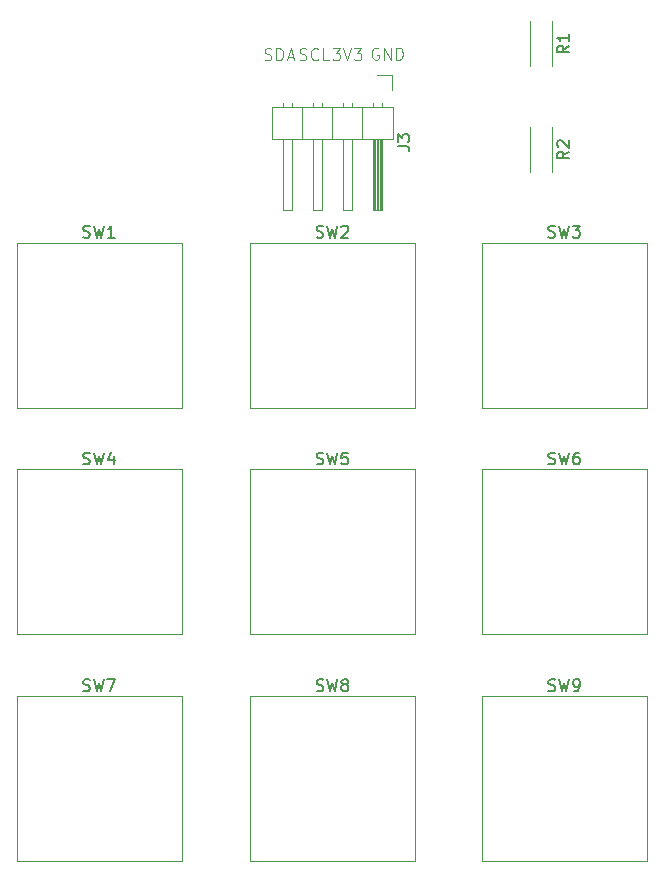
<source format=gbr>
%TF.GenerationSoftware,KiCad,Pcbnew,8.0.3*%
%TF.CreationDate,2024-07-18T02:13:28+08:00*%
%TF.ProjectId,sesto_remote_v2,73657374-6f5f-4726-956d-6f74655f7632,rev?*%
%TF.SameCoordinates,Original*%
%TF.FileFunction,Legend,Top*%
%TF.FilePolarity,Positive*%
%FSLAX46Y46*%
G04 Gerber Fmt 4.6, Leading zero omitted, Abs format (unit mm)*
G04 Created by KiCad (PCBNEW 8.0.3) date 2024-07-18 02:13:28*
%MOMM*%
%LPD*%
G01*
G04 APERTURE LIST*
%ADD10C,0.100000*%
%ADD11C,0.150000*%
%ADD12C,0.120000*%
G04 APERTURE END LIST*
D10*
X88586265Y-59814800D02*
X88729122Y-59862419D01*
X88729122Y-59862419D02*
X88967217Y-59862419D01*
X88967217Y-59862419D02*
X89062455Y-59814800D01*
X89062455Y-59814800D02*
X89110074Y-59767180D01*
X89110074Y-59767180D02*
X89157693Y-59671942D01*
X89157693Y-59671942D02*
X89157693Y-59576704D01*
X89157693Y-59576704D02*
X89110074Y-59481466D01*
X89110074Y-59481466D02*
X89062455Y-59433847D01*
X89062455Y-59433847D02*
X88967217Y-59386228D01*
X88967217Y-59386228D02*
X88776741Y-59338609D01*
X88776741Y-59338609D02*
X88681503Y-59290990D01*
X88681503Y-59290990D02*
X88633884Y-59243371D01*
X88633884Y-59243371D02*
X88586265Y-59148133D01*
X88586265Y-59148133D02*
X88586265Y-59052895D01*
X88586265Y-59052895D02*
X88633884Y-58957657D01*
X88633884Y-58957657D02*
X88681503Y-58910038D01*
X88681503Y-58910038D02*
X88776741Y-58862419D01*
X88776741Y-58862419D02*
X89014836Y-58862419D01*
X89014836Y-58862419D02*
X89157693Y-58910038D01*
X89586265Y-59862419D02*
X89586265Y-58862419D01*
X89586265Y-58862419D02*
X89824360Y-58862419D01*
X89824360Y-58862419D02*
X89967217Y-58910038D01*
X89967217Y-58910038D02*
X90062455Y-59005276D01*
X90062455Y-59005276D02*
X90110074Y-59100514D01*
X90110074Y-59100514D02*
X90157693Y-59290990D01*
X90157693Y-59290990D02*
X90157693Y-59433847D01*
X90157693Y-59433847D02*
X90110074Y-59624323D01*
X90110074Y-59624323D02*
X90062455Y-59719561D01*
X90062455Y-59719561D02*
X89967217Y-59814800D01*
X89967217Y-59814800D02*
X89824360Y-59862419D01*
X89824360Y-59862419D02*
X89586265Y-59862419D01*
X90538646Y-59576704D02*
X91014836Y-59576704D01*
X90443408Y-59862419D02*
X90776741Y-58862419D01*
X90776741Y-58862419D02*
X91110074Y-59862419D01*
X91536265Y-59814800D02*
X91679122Y-59862419D01*
X91679122Y-59862419D02*
X91917217Y-59862419D01*
X91917217Y-59862419D02*
X92012455Y-59814800D01*
X92012455Y-59814800D02*
X92060074Y-59767180D01*
X92060074Y-59767180D02*
X92107693Y-59671942D01*
X92107693Y-59671942D02*
X92107693Y-59576704D01*
X92107693Y-59576704D02*
X92060074Y-59481466D01*
X92060074Y-59481466D02*
X92012455Y-59433847D01*
X92012455Y-59433847D02*
X91917217Y-59386228D01*
X91917217Y-59386228D02*
X91726741Y-59338609D01*
X91726741Y-59338609D02*
X91631503Y-59290990D01*
X91631503Y-59290990D02*
X91583884Y-59243371D01*
X91583884Y-59243371D02*
X91536265Y-59148133D01*
X91536265Y-59148133D02*
X91536265Y-59052895D01*
X91536265Y-59052895D02*
X91583884Y-58957657D01*
X91583884Y-58957657D02*
X91631503Y-58910038D01*
X91631503Y-58910038D02*
X91726741Y-58862419D01*
X91726741Y-58862419D02*
X91964836Y-58862419D01*
X91964836Y-58862419D02*
X92107693Y-58910038D01*
X93107693Y-59767180D02*
X93060074Y-59814800D01*
X93060074Y-59814800D02*
X92917217Y-59862419D01*
X92917217Y-59862419D02*
X92821979Y-59862419D01*
X92821979Y-59862419D02*
X92679122Y-59814800D01*
X92679122Y-59814800D02*
X92583884Y-59719561D01*
X92583884Y-59719561D02*
X92536265Y-59624323D01*
X92536265Y-59624323D02*
X92488646Y-59433847D01*
X92488646Y-59433847D02*
X92488646Y-59290990D01*
X92488646Y-59290990D02*
X92536265Y-59100514D01*
X92536265Y-59100514D02*
X92583884Y-59005276D01*
X92583884Y-59005276D02*
X92679122Y-58910038D01*
X92679122Y-58910038D02*
X92821979Y-58862419D01*
X92821979Y-58862419D02*
X92917217Y-58862419D01*
X92917217Y-58862419D02*
X93060074Y-58910038D01*
X93060074Y-58910038D02*
X93107693Y-58957657D01*
X94012455Y-59862419D02*
X93536265Y-59862419D01*
X93536265Y-59862419D02*
X93536265Y-58862419D01*
X98207693Y-58870038D02*
X98112455Y-58822419D01*
X98112455Y-58822419D02*
X97969598Y-58822419D01*
X97969598Y-58822419D02*
X97826741Y-58870038D01*
X97826741Y-58870038D02*
X97731503Y-58965276D01*
X97731503Y-58965276D02*
X97683884Y-59060514D01*
X97683884Y-59060514D02*
X97636265Y-59250990D01*
X97636265Y-59250990D02*
X97636265Y-59393847D01*
X97636265Y-59393847D02*
X97683884Y-59584323D01*
X97683884Y-59584323D02*
X97731503Y-59679561D01*
X97731503Y-59679561D02*
X97826741Y-59774800D01*
X97826741Y-59774800D02*
X97969598Y-59822419D01*
X97969598Y-59822419D02*
X98064836Y-59822419D01*
X98064836Y-59822419D02*
X98207693Y-59774800D01*
X98207693Y-59774800D02*
X98255312Y-59727180D01*
X98255312Y-59727180D02*
X98255312Y-59393847D01*
X98255312Y-59393847D02*
X98064836Y-59393847D01*
X98683884Y-59822419D02*
X98683884Y-58822419D01*
X98683884Y-58822419D02*
X99255312Y-59822419D01*
X99255312Y-59822419D02*
X99255312Y-58822419D01*
X99731503Y-59822419D02*
X99731503Y-58822419D01*
X99731503Y-58822419D02*
X99969598Y-58822419D01*
X99969598Y-58822419D02*
X100112455Y-58870038D01*
X100112455Y-58870038D02*
X100207693Y-58965276D01*
X100207693Y-58965276D02*
X100255312Y-59060514D01*
X100255312Y-59060514D02*
X100302931Y-59250990D01*
X100302931Y-59250990D02*
X100302931Y-59393847D01*
X100302931Y-59393847D02*
X100255312Y-59584323D01*
X100255312Y-59584323D02*
X100207693Y-59679561D01*
X100207693Y-59679561D02*
X100112455Y-59774800D01*
X100112455Y-59774800D02*
X99969598Y-59822419D01*
X99969598Y-59822419D02*
X99731503Y-59822419D01*
X94348646Y-58862419D02*
X94967693Y-58862419D01*
X94967693Y-58862419D02*
X94634360Y-59243371D01*
X94634360Y-59243371D02*
X94777217Y-59243371D01*
X94777217Y-59243371D02*
X94872455Y-59290990D01*
X94872455Y-59290990D02*
X94920074Y-59338609D01*
X94920074Y-59338609D02*
X94967693Y-59433847D01*
X94967693Y-59433847D02*
X94967693Y-59671942D01*
X94967693Y-59671942D02*
X94920074Y-59767180D01*
X94920074Y-59767180D02*
X94872455Y-59814800D01*
X94872455Y-59814800D02*
X94777217Y-59862419D01*
X94777217Y-59862419D02*
X94491503Y-59862419D01*
X94491503Y-59862419D02*
X94396265Y-59814800D01*
X94396265Y-59814800D02*
X94348646Y-59767180D01*
X95253408Y-58862419D02*
X95586741Y-59862419D01*
X95586741Y-59862419D02*
X95920074Y-58862419D01*
X96158170Y-58862419D02*
X96777217Y-58862419D01*
X96777217Y-58862419D02*
X96443884Y-59243371D01*
X96443884Y-59243371D02*
X96586741Y-59243371D01*
X96586741Y-59243371D02*
X96681979Y-59290990D01*
X96681979Y-59290990D02*
X96729598Y-59338609D01*
X96729598Y-59338609D02*
X96777217Y-59433847D01*
X96777217Y-59433847D02*
X96777217Y-59671942D01*
X96777217Y-59671942D02*
X96729598Y-59767180D01*
X96729598Y-59767180D02*
X96681979Y-59814800D01*
X96681979Y-59814800D02*
X96586741Y-59862419D01*
X96586741Y-59862419D02*
X96301027Y-59862419D01*
X96301027Y-59862419D02*
X96205789Y-59814800D01*
X96205789Y-59814800D02*
X96158170Y-59767180D01*
D11*
X92986667Y-74843200D02*
X93129524Y-74890819D01*
X93129524Y-74890819D02*
X93367619Y-74890819D01*
X93367619Y-74890819D02*
X93462857Y-74843200D01*
X93462857Y-74843200D02*
X93510476Y-74795580D01*
X93510476Y-74795580D02*
X93558095Y-74700342D01*
X93558095Y-74700342D02*
X93558095Y-74605104D01*
X93558095Y-74605104D02*
X93510476Y-74509866D01*
X93510476Y-74509866D02*
X93462857Y-74462247D01*
X93462857Y-74462247D02*
X93367619Y-74414628D01*
X93367619Y-74414628D02*
X93177143Y-74367009D01*
X93177143Y-74367009D02*
X93081905Y-74319390D01*
X93081905Y-74319390D02*
X93034286Y-74271771D01*
X93034286Y-74271771D02*
X92986667Y-74176533D01*
X92986667Y-74176533D02*
X92986667Y-74081295D01*
X92986667Y-74081295D02*
X93034286Y-73986057D01*
X93034286Y-73986057D02*
X93081905Y-73938438D01*
X93081905Y-73938438D02*
X93177143Y-73890819D01*
X93177143Y-73890819D02*
X93415238Y-73890819D01*
X93415238Y-73890819D02*
X93558095Y-73938438D01*
X93891429Y-73890819D02*
X94129524Y-74890819D01*
X94129524Y-74890819D02*
X94320000Y-74176533D01*
X94320000Y-74176533D02*
X94510476Y-74890819D01*
X94510476Y-74890819D02*
X94748572Y-73890819D01*
X95081905Y-73986057D02*
X95129524Y-73938438D01*
X95129524Y-73938438D02*
X95224762Y-73890819D01*
X95224762Y-73890819D02*
X95462857Y-73890819D01*
X95462857Y-73890819D02*
X95558095Y-73938438D01*
X95558095Y-73938438D02*
X95605714Y-73986057D01*
X95605714Y-73986057D02*
X95653333Y-74081295D01*
X95653333Y-74081295D02*
X95653333Y-74176533D01*
X95653333Y-74176533D02*
X95605714Y-74319390D01*
X95605714Y-74319390D02*
X95034286Y-74890819D01*
X95034286Y-74890819D02*
X95653333Y-74890819D01*
X73226667Y-74843200D02*
X73369524Y-74890819D01*
X73369524Y-74890819D02*
X73607619Y-74890819D01*
X73607619Y-74890819D02*
X73702857Y-74843200D01*
X73702857Y-74843200D02*
X73750476Y-74795580D01*
X73750476Y-74795580D02*
X73798095Y-74700342D01*
X73798095Y-74700342D02*
X73798095Y-74605104D01*
X73798095Y-74605104D02*
X73750476Y-74509866D01*
X73750476Y-74509866D02*
X73702857Y-74462247D01*
X73702857Y-74462247D02*
X73607619Y-74414628D01*
X73607619Y-74414628D02*
X73417143Y-74367009D01*
X73417143Y-74367009D02*
X73321905Y-74319390D01*
X73321905Y-74319390D02*
X73274286Y-74271771D01*
X73274286Y-74271771D02*
X73226667Y-74176533D01*
X73226667Y-74176533D02*
X73226667Y-74081295D01*
X73226667Y-74081295D02*
X73274286Y-73986057D01*
X73274286Y-73986057D02*
X73321905Y-73938438D01*
X73321905Y-73938438D02*
X73417143Y-73890819D01*
X73417143Y-73890819D02*
X73655238Y-73890819D01*
X73655238Y-73890819D02*
X73798095Y-73938438D01*
X74131429Y-73890819D02*
X74369524Y-74890819D01*
X74369524Y-74890819D02*
X74560000Y-74176533D01*
X74560000Y-74176533D02*
X74750476Y-74890819D01*
X74750476Y-74890819D02*
X74988572Y-73890819D01*
X75893333Y-74890819D02*
X75321905Y-74890819D01*
X75607619Y-74890819D02*
X75607619Y-73890819D01*
X75607619Y-73890819D02*
X75512381Y-74033676D01*
X75512381Y-74033676D02*
X75417143Y-74128914D01*
X75417143Y-74128914D02*
X75321905Y-74176533D01*
X112616667Y-74843200D02*
X112759524Y-74890819D01*
X112759524Y-74890819D02*
X112997619Y-74890819D01*
X112997619Y-74890819D02*
X113092857Y-74843200D01*
X113092857Y-74843200D02*
X113140476Y-74795580D01*
X113140476Y-74795580D02*
X113188095Y-74700342D01*
X113188095Y-74700342D02*
X113188095Y-74605104D01*
X113188095Y-74605104D02*
X113140476Y-74509866D01*
X113140476Y-74509866D02*
X113092857Y-74462247D01*
X113092857Y-74462247D02*
X112997619Y-74414628D01*
X112997619Y-74414628D02*
X112807143Y-74367009D01*
X112807143Y-74367009D02*
X112711905Y-74319390D01*
X112711905Y-74319390D02*
X112664286Y-74271771D01*
X112664286Y-74271771D02*
X112616667Y-74176533D01*
X112616667Y-74176533D02*
X112616667Y-74081295D01*
X112616667Y-74081295D02*
X112664286Y-73986057D01*
X112664286Y-73986057D02*
X112711905Y-73938438D01*
X112711905Y-73938438D02*
X112807143Y-73890819D01*
X112807143Y-73890819D02*
X113045238Y-73890819D01*
X113045238Y-73890819D02*
X113188095Y-73938438D01*
X113521429Y-73890819D02*
X113759524Y-74890819D01*
X113759524Y-74890819D02*
X113950000Y-74176533D01*
X113950000Y-74176533D02*
X114140476Y-74890819D01*
X114140476Y-74890819D02*
X114378572Y-73890819D01*
X114664286Y-73890819D02*
X115283333Y-73890819D01*
X115283333Y-73890819D02*
X114950000Y-74271771D01*
X114950000Y-74271771D02*
X115092857Y-74271771D01*
X115092857Y-74271771D02*
X115188095Y-74319390D01*
X115188095Y-74319390D02*
X115235714Y-74367009D01*
X115235714Y-74367009D02*
X115283333Y-74462247D01*
X115283333Y-74462247D02*
X115283333Y-74700342D01*
X115283333Y-74700342D02*
X115235714Y-74795580D01*
X115235714Y-74795580D02*
X115188095Y-74843200D01*
X115188095Y-74843200D02*
X115092857Y-74890819D01*
X115092857Y-74890819D02*
X114807143Y-74890819D01*
X114807143Y-74890819D02*
X114711905Y-74843200D01*
X114711905Y-74843200D02*
X114664286Y-74795580D01*
X99844819Y-67143333D02*
X100559104Y-67143333D01*
X100559104Y-67143333D02*
X100701961Y-67190952D01*
X100701961Y-67190952D02*
X100797200Y-67286190D01*
X100797200Y-67286190D02*
X100844819Y-67429047D01*
X100844819Y-67429047D02*
X100844819Y-67524285D01*
X99844819Y-66762380D02*
X99844819Y-66143333D01*
X99844819Y-66143333D02*
X100225771Y-66476666D01*
X100225771Y-66476666D02*
X100225771Y-66333809D01*
X100225771Y-66333809D02*
X100273390Y-66238571D01*
X100273390Y-66238571D02*
X100321009Y-66190952D01*
X100321009Y-66190952D02*
X100416247Y-66143333D01*
X100416247Y-66143333D02*
X100654342Y-66143333D01*
X100654342Y-66143333D02*
X100749580Y-66190952D01*
X100749580Y-66190952D02*
X100797200Y-66238571D01*
X100797200Y-66238571D02*
X100844819Y-66333809D01*
X100844819Y-66333809D02*
X100844819Y-66619523D01*
X100844819Y-66619523D02*
X100797200Y-66714761D01*
X100797200Y-66714761D02*
X100749580Y-66762380D01*
X92986667Y-113243200D02*
X93129524Y-113290819D01*
X93129524Y-113290819D02*
X93367619Y-113290819D01*
X93367619Y-113290819D02*
X93462857Y-113243200D01*
X93462857Y-113243200D02*
X93510476Y-113195580D01*
X93510476Y-113195580D02*
X93558095Y-113100342D01*
X93558095Y-113100342D02*
X93558095Y-113005104D01*
X93558095Y-113005104D02*
X93510476Y-112909866D01*
X93510476Y-112909866D02*
X93462857Y-112862247D01*
X93462857Y-112862247D02*
X93367619Y-112814628D01*
X93367619Y-112814628D02*
X93177143Y-112767009D01*
X93177143Y-112767009D02*
X93081905Y-112719390D01*
X93081905Y-112719390D02*
X93034286Y-112671771D01*
X93034286Y-112671771D02*
X92986667Y-112576533D01*
X92986667Y-112576533D02*
X92986667Y-112481295D01*
X92986667Y-112481295D02*
X93034286Y-112386057D01*
X93034286Y-112386057D02*
X93081905Y-112338438D01*
X93081905Y-112338438D02*
X93177143Y-112290819D01*
X93177143Y-112290819D02*
X93415238Y-112290819D01*
X93415238Y-112290819D02*
X93558095Y-112338438D01*
X93891429Y-112290819D02*
X94129524Y-113290819D01*
X94129524Y-113290819D02*
X94320000Y-112576533D01*
X94320000Y-112576533D02*
X94510476Y-113290819D01*
X94510476Y-113290819D02*
X94748572Y-112290819D01*
X95272381Y-112719390D02*
X95177143Y-112671771D01*
X95177143Y-112671771D02*
X95129524Y-112624152D01*
X95129524Y-112624152D02*
X95081905Y-112528914D01*
X95081905Y-112528914D02*
X95081905Y-112481295D01*
X95081905Y-112481295D02*
X95129524Y-112386057D01*
X95129524Y-112386057D02*
X95177143Y-112338438D01*
X95177143Y-112338438D02*
X95272381Y-112290819D01*
X95272381Y-112290819D02*
X95462857Y-112290819D01*
X95462857Y-112290819D02*
X95558095Y-112338438D01*
X95558095Y-112338438D02*
X95605714Y-112386057D01*
X95605714Y-112386057D02*
X95653333Y-112481295D01*
X95653333Y-112481295D02*
X95653333Y-112528914D01*
X95653333Y-112528914D02*
X95605714Y-112624152D01*
X95605714Y-112624152D02*
X95558095Y-112671771D01*
X95558095Y-112671771D02*
X95462857Y-112719390D01*
X95462857Y-112719390D02*
X95272381Y-112719390D01*
X95272381Y-112719390D02*
X95177143Y-112767009D01*
X95177143Y-112767009D02*
X95129524Y-112814628D01*
X95129524Y-112814628D02*
X95081905Y-112909866D01*
X95081905Y-112909866D02*
X95081905Y-113100342D01*
X95081905Y-113100342D02*
X95129524Y-113195580D01*
X95129524Y-113195580D02*
X95177143Y-113243200D01*
X95177143Y-113243200D02*
X95272381Y-113290819D01*
X95272381Y-113290819D02*
X95462857Y-113290819D01*
X95462857Y-113290819D02*
X95558095Y-113243200D01*
X95558095Y-113243200D02*
X95605714Y-113195580D01*
X95605714Y-113195580D02*
X95653333Y-113100342D01*
X95653333Y-113100342D02*
X95653333Y-112909866D01*
X95653333Y-112909866D02*
X95605714Y-112814628D01*
X95605714Y-112814628D02*
X95558095Y-112767009D01*
X95558095Y-112767009D02*
X95462857Y-112719390D01*
X112616667Y-113243200D02*
X112759524Y-113290819D01*
X112759524Y-113290819D02*
X112997619Y-113290819D01*
X112997619Y-113290819D02*
X113092857Y-113243200D01*
X113092857Y-113243200D02*
X113140476Y-113195580D01*
X113140476Y-113195580D02*
X113188095Y-113100342D01*
X113188095Y-113100342D02*
X113188095Y-113005104D01*
X113188095Y-113005104D02*
X113140476Y-112909866D01*
X113140476Y-112909866D02*
X113092857Y-112862247D01*
X113092857Y-112862247D02*
X112997619Y-112814628D01*
X112997619Y-112814628D02*
X112807143Y-112767009D01*
X112807143Y-112767009D02*
X112711905Y-112719390D01*
X112711905Y-112719390D02*
X112664286Y-112671771D01*
X112664286Y-112671771D02*
X112616667Y-112576533D01*
X112616667Y-112576533D02*
X112616667Y-112481295D01*
X112616667Y-112481295D02*
X112664286Y-112386057D01*
X112664286Y-112386057D02*
X112711905Y-112338438D01*
X112711905Y-112338438D02*
X112807143Y-112290819D01*
X112807143Y-112290819D02*
X113045238Y-112290819D01*
X113045238Y-112290819D02*
X113188095Y-112338438D01*
X113521429Y-112290819D02*
X113759524Y-113290819D01*
X113759524Y-113290819D02*
X113950000Y-112576533D01*
X113950000Y-112576533D02*
X114140476Y-113290819D01*
X114140476Y-113290819D02*
X114378572Y-112290819D01*
X114807143Y-113290819D02*
X114997619Y-113290819D01*
X114997619Y-113290819D02*
X115092857Y-113243200D01*
X115092857Y-113243200D02*
X115140476Y-113195580D01*
X115140476Y-113195580D02*
X115235714Y-113052723D01*
X115235714Y-113052723D02*
X115283333Y-112862247D01*
X115283333Y-112862247D02*
X115283333Y-112481295D01*
X115283333Y-112481295D02*
X115235714Y-112386057D01*
X115235714Y-112386057D02*
X115188095Y-112338438D01*
X115188095Y-112338438D02*
X115092857Y-112290819D01*
X115092857Y-112290819D02*
X114902381Y-112290819D01*
X114902381Y-112290819D02*
X114807143Y-112338438D01*
X114807143Y-112338438D02*
X114759524Y-112386057D01*
X114759524Y-112386057D02*
X114711905Y-112481295D01*
X114711905Y-112481295D02*
X114711905Y-112719390D01*
X114711905Y-112719390D02*
X114759524Y-112814628D01*
X114759524Y-112814628D02*
X114807143Y-112862247D01*
X114807143Y-112862247D02*
X114902381Y-112909866D01*
X114902381Y-112909866D02*
X115092857Y-112909866D01*
X115092857Y-112909866D02*
X115188095Y-112862247D01*
X115188095Y-112862247D02*
X115235714Y-112814628D01*
X115235714Y-112814628D02*
X115283333Y-112719390D01*
X114334819Y-58646666D02*
X113858628Y-58979999D01*
X114334819Y-59218094D02*
X113334819Y-59218094D01*
X113334819Y-59218094D02*
X113334819Y-58837142D01*
X113334819Y-58837142D02*
X113382438Y-58741904D01*
X113382438Y-58741904D02*
X113430057Y-58694285D01*
X113430057Y-58694285D02*
X113525295Y-58646666D01*
X113525295Y-58646666D02*
X113668152Y-58646666D01*
X113668152Y-58646666D02*
X113763390Y-58694285D01*
X113763390Y-58694285D02*
X113811009Y-58741904D01*
X113811009Y-58741904D02*
X113858628Y-58837142D01*
X113858628Y-58837142D02*
X113858628Y-59218094D01*
X114334819Y-57694285D02*
X114334819Y-58265713D01*
X114334819Y-57979999D02*
X113334819Y-57979999D01*
X113334819Y-57979999D02*
X113477676Y-58075237D01*
X113477676Y-58075237D02*
X113572914Y-58170475D01*
X113572914Y-58170475D02*
X113620533Y-58265713D01*
X112616667Y-94043200D02*
X112759524Y-94090819D01*
X112759524Y-94090819D02*
X112997619Y-94090819D01*
X112997619Y-94090819D02*
X113092857Y-94043200D01*
X113092857Y-94043200D02*
X113140476Y-93995580D01*
X113140476Y-93995580D02*
X113188095Y-93900342D01*
X113188095Y-93900342D02*
X113188095Y-93805104D01*
X113188095Y-93805104D02*
X113140476Y-93709866D01*
X113140476Y-93709866D02*
X113092857Y-93662247D01*
X113092857Y-93662247D02*
X112997619Y-93614628D01*
X112997619Y-93614628D02*
X112807143Y-93567009D01*
X112807143Y-93567009D02*
X112711905Y-93519390D01*
X112711905Y-93519390D02*
X112664286Y-93471771D01*
X112664286Y-93471771D02*
X112616667Y-93376533D01*
X112616667Y-93376533D02*
X112616667Y-93281295D01*
X112616667Y-93281295D02*
X112664286Y-93186057D01*
X112664286Y-93186057D02*
X112711905Y-93138438D01*
X112711905Y-93138438D02*
X112807143Y-93090819D01*
X112807143Y-93090819D02*
X113045238Y-93090819D01*
X113045238Y-93090819D02*
X113188095Y-93138438D01*
X113521429Y-93090819D02*
X113759524Y-94090819D01*
X113759524Y-94090819D02*
X113950000Y-93376533D01*
X113950000Y-93376533D02*
X114140476Y-94090819D01*
X114140476Y-94090819D02*
X114378572Y-93090819D01*
X115188095Y-93090819D02*
X114997619Y-93090819D01*
X114997619Y-93090819D02*
X114902381Y-93138438D01*
X114902381Y-93138438D02*
X114854762Y-93186057D01*
X114854762Y-93186057D02*
X114759524Y-93328914D01*
X114759524Y-93328914D02*
X114711905Y-93519390D01*
X114711905Y-93519390D02*
X114711905Y-93900342D01*
X114711905Y-93900342D02*
X114759524Y-93995580D01*
X114759524Y-93995580D02*
X114807143Y-94043200D01*
X114807143Y-94043200D02*
X114902381Y-94090819D01*
X114902381Y-94090819D02*
X115092857Y-94090819D01*
X115092857Y-94090819D02*
X115188095Y-94043200D01*
X115188095Y-94043200D02*
X115235714Y-93995580D01*
X115235714Y-93995580D02*
X115283333Y-93900342D01*
X115283333Y-93900342D02*
X115283333Y-93662247D01*
X115283333Y-93662247D02*
X115235714Y-93567009D01*
X115235714Y-93567009D02*
X115188095Y-93519390D01*
X115188095Y-93519390D02*
X115092857Y-93471771D01*
X115092857Y-93471771D02*
X114902381Y-93471771D01*
X114902381Y-93471771D02*
X114807143Y-93519390D01*
X114807143Y-93519390D02*
X114759524Y-93567009D01*
X114759524Y-93567009D02*
X114711905Y-93662247D01*
X73226667Y-113243200D02*
X73369524Y-113290819D01*
X73369524Y-113290819D02*
X73607619Y-113290819D01*
X73607619Y-113290819D02*
X73702857Y-113243200D01*
X73702857Y-113243200D02*
X73750476Y-113195580D01*
X73750476Y-113195580D02*
X73798095Y-113100342D01*
X73798095Y-113100342D02*
X73798095Y-113005104D01*
X73798095Y-113005104D02*
X73750476Y-112909866D01*
X73750476Y-112909866D02*
X73702857Y-112862247D01*
X73702857Y-112862247D02*
X73607619Y-112814628D01*
X73607619Y-112814628D02*
X73417143Y-112767009D01*
X73417143Y-112767009D02*
X73321905Y-112719390D01*
X73321905Y-112719390D02*
X73274286Y-112671771D01*
X73274286Y-112671771D02*
X73226667Y-112576533D01*
X73226667Y-112576533D02*
X73226667Y-112481295D01*
X73226667Y-112481295D02*
X73274286Y-112386057D01*
X73274286Y-112386057D02*
X73321905Y-112338438D01*
X73321905Y-112338438D02*
X73417143Y-112290819D01*
X73417143Y-112290819D02*
X73655238Y-112290819D01*
X73655238Y-112290819D02*
X73798095Y-112338438D01*
X74131429Y-112290819D02*
X74369524Y-113290819D01*
X74369524Y-113290819D02*
X74560000Y-112576533D01*
X74560000Y-112576533D02*
X74750476Y-113290819D01*
X74750476Y-113290819D02*
X74988572Y-112290819D01*
X75274286Y-112290819D02*
X75940952Y-112290819D01*
X75940952Y-112290819D02*
X75512381Y-113290819D01*
X73226667Y-94043200D02*
X73369524Y-94090819D01*
X73369524Y-94090819D02*
X73607619Y-94090819D01*
X73607619Y-94090819D02*
X73702857Y-94043200D01*
X73702857Y-94043200D02*
X73750476Y-93995580D01*
X73750476Y-93995580D02*
X73798095Y-93900342D01*
X73798095Y-93900342D02*
X73798095Y-93805104D01*
X73798095Y-93805104D02*
X73750476Y-93709866D01*
X73750476Y-93709866D02*
X73702857Y-93662247D01*
X73702857Y-93662247D02*
X73607619Y-93614628D01*
X73607619Y-93614628D02*
X73417143Y-93567009D01*
X73417143Y-93567009D02*
X73321905Y-93519390D01*
X73321905Y-93519390D02*
X73274286Y-93471771D01*
X73274286Y-93471771D02*
X73226667Y-93376533D01*
X73226667Y-93376533D02*
X73226667Y-93281295D01*
X73226667Y-93281295D02*
X73274286Y-93186057D01*
X73274286Y-93186057D02*
X73321905Y-93138438D01*
X73321905Y-93138438D02*
X73417143Y-93090819D01*
X73417143Y-93090819D02*
X73655238Y-93090819D01*
X73655238Y-93090819D02*
X73798095Y-93138438D01*
X74131429Y-93090819D02*
X74369524Y-94090819D01*
X74369524Y-94090819D02*
X74560000Y-93376533D01*
X74560000Y-93376533D02*
X74750476Y-94090819D01*
X74750476Y-94090819D02*
X74988572Y-93090819D01*
X75798095Y-93424152D02*
X75798095Y-94090819D01*
X75560000Y-93043200D02*
X75321905Y-93757485D01*
X75321905Y-93757485D02*
X75940952Y-93757485D01*
X114334819Y-67606666D02*
X113858628Y-67939999D01*
X114334819Y-68178094D02*
X113334819Y-68178094D01*
X113334819Y-68178094D02*
X113334819Y-67797142D01*
X113334819Y-67797142D02*
X113382438Y-67701904D01*
X113382438Y-67701904D02*
X113430057Y-67654285D01*
X113430057Y-67654285D02*
X113525295Y-67606666D01*
X113525295Y-67606666D02*
X113668152Y-67606666D01*
X113668152Y-67606666D02*
X113763390Y-67654285D01*
X113763390Y-67654285D02*
X113811009Y-67701904D01*
X113811009Y-67701904D02*
X113858628Y-67797142D01*
X113858628Y-67797142D02*
X113858628Y-68178094D01*
X113430057Y-67225713D02*
X113382438Y-67178094D01*
X113382438Y-67178094D02*
X113334819Y-67082856D01*
X113334819Y-67082856D02*
X113334819Y-66844761D01*
X113334819Y-66844761D02*
X113382438Y-66749523D01*
X113382438Y-66749523D02*
X113430057Y-66701904D01*
X113430057Y-66701904D02*
X113525295Y-66654285D01*
X113525295Y-66654285D02*
X113620533Y-66654285D01*
X113620533Y-66654285D02*
X113763390Y-66701904D01*
X113763390Y-66701904D02*
X114334819Y-67273332D01*
X114334819Y-67273332D02*
X114334819Y-66654285D01*
X92986667Y-94043200D02*
X93129524Y-94090819D01*
X93129524Y-94090819D02*
X93367619Y-94090819D01*
X93367619Y-94090819D02*
X93462857Y-94043200D01*
X93462857Y-94043200D02*
X93510476Y-93995580D01*
X93510476Y-93995580D02*
X93558095Y-93900342D01*
X93558095Y-93900342D02*
X93558095Y-93805104D01*
X93558095Y-93805104D02*
X93510476Y-93709866D01*
X93510476Y-93709866D02*
X93462857Y-93662247D01*
X93462857Y-93662247D02*
X93367619Y-93614628D01*
X93367619Y-93614628D02*
X93177143Y-93567009D01*
X93177143Y-93567009D02*
X93081905Y-93519390D01*
X93081905Y-93519390D02*
X93034286Y-93471771D01*
X93034286Y-93471771D02*
X92986667Y-93376533D01*
X92986667Y-93376533D02*
X92986667Y-93281295D01*
X92986667Y-93281295D02*
X93034286Y-93186057D01*
X93034286Y-93186057D02*
X93081905Y-93138438D01*
X93081905Y-93138438D02*
X93177143Y-93090819D01*
X93177143Y-93090819D02*
X93415238Y-93090819D01*
X93415238Y-93090819D02*
X93558095Y-93138438D01*
X93891429Y-93090819D02*
X94129524Y-94090819D01*
X94129524Y-94090819D02*
X94320000Y-93376533D01*
X94320000Y-93376533D02*
X94510476Y-94090819D01*
X94510476Y-94090819D02*
X94748572Y-93090819D01*
X95605714Y-93090819D02*
X95129524Y-93090819D01*
X95129524Y-93090819D02*
X95081905Y-93567009D01*
X95081905Y-93567009D02*
X95129524Y-93519390D01*
X95129524Y-93519390D02*
X95224762Y-93471771D01*
X95224762Y-93471771D02*
X95462857Y-93471771D01*
X95462857Y-93471771D02*
X95558095Y-93519390D01*
X95558095Y-93519390D02*
X95605714Y-93567009D01*
X95605714Y-93567009D02*
X95653333Y-93662247D01*
X95653333Y-93662247D02*
X95653333Y-93900342D01*
X95653333Y-93900342D02*
X95605714Y-93995580D01*
X95605714Y-93995580D02*
X95558095Y-94043200D01*
X95558095Y-94043200D02*
X95462857Y-94090819D01*
X95462857Y-94090819D02*
X95224762Y-94090819D01*
X95224762Y-94090819D02*
X95129524Y-94043200D01*
X95129524Y-94043200D02*
X95081905Y-93995580D01*
D12*
%TO.C,SW2*%
X87335000Y-75325000D02*
X101305000Y-75325000D01*
X87335000Y-89295000D02*
X87335000Y-75325000D01*
X101305000Y-75325000D02*
X101305000Y-89295000D01*
X101305000Y-89295000D02*
X87335000Y-89295000D01*
%TO.C,SW1*%
X67575000Y-75325000D02*
X81545000Y-75325000D01*
X67575000Y-89295000D02*
X67575000Y-75325000D01*
X81545000Y-75325000D02*
X81545000Y-89295000D01*
X81545000Y-89295000D02*
X67575000Y-89295000D01*
%TO.C,SW3*%
X106965000Y-75325000D02*
X120935000Y-75325000D01*
X106965000Y-89295000D02*
X106965000Y-75325000D01*
X120935000Y-75325000D02*
X120935000Y-89295000D01*
X120935000Y-89295000D02*
X106965000Y-89295000D01*
%TO.C,J3*%
X89170000Y-63865000D02*
X89170000Y-66525000D01*
X89170000Y-66525000D02*
X99450000Y-66525000D01*
X90120000Y-63467929D02*
X90120000Y-63865000D01*
X90120000Y-72525000D02*
X90120000Y-66525000D01*
X90880000Y-63467929D02*
X90880000Y-63865000D01*
X90880000Y-66525000D02*
X90880000Y-72525000D01*
X90880000Y-72525000D02*
X90120000Y-72525000D01*
X91770000Y-63865000D02*
X91770000Y-66525000D01*
X92660000Y-63467929D02*
X92660000Y-63865000D01*
X92660000Y-72525000D02*
X92660000Y-66525000D01*
X93420000Y-63467929D02*
X93420000Y-63865000D01*
X93420000Y-66525000D02*
X93420000Y-72525000D01*
X93420000Y-72525000D02*
X92660000Y-72525000D01*
X94310000Y-63865000D02*
X94310000Y-66525000D01*
X95200000Y-63467929D02*
X95200000Y-63865000D01*
X95200000Y-72525000D02*
X95200000Y-66525000D01*
X95960000Y-63467929D02*
X95960000Y-63865000D01*
X95960000Y-66525000D02*
X95960000Y-72525000D01*
X95960000Y-72525000D02*
X95200000Y-72525000D01*
X96850000Y-63865000D02*
X96850000Y-66525000D01*
X97740000Y-63535000D02*
X97740000Y-63865000D01*
X97740000Y-72525000D02*
X97740000Y-66525000D01*
X97840000Y-66525000D02*
X97840000Y-72525000D01*
X97960000Y-66525000D02*
X97960000Y-72525000D01*
X98080000Y-66525000D02*
X98080000Y-72525000D01*
X98120000Y-61155000D02*
X99390000Y-61155000D01*
X98200000Y-66525000D02*
X98200000Y-72525000D01*
X98320000Y-66525000D02*
X98320000Y-72525000D01*
X98440000Y-66525000D02*
X98440000Y-72525000D01*
X98500000Y-63535000D02*
X98500000Y-63865000D01*
X98500000Y-66525000D02*
X98500000Y-72525000D01*
X98500000Y-72525000D02*
X97740000Y-72525000D01*
X99390000Y-61155000D02*
X99390000Y-62425000D01*
X99450000Y-63865000D02*
X89170000Y-63865000D01*
X99450000Y-66525000D02*
X99450000Y-63865000D01*
%TO.C,SW8*%
X87335000Y-113725000D02*
X101305000Y-113725000D01*
X87335000Y-127695000D02*
X87335000Y-113725000D01*
X101305000Y-113725000D02*
X101305000Y-127695000D01*
X101305000Y-127695000D02*
X87335000Y-127695000D01*
%TO.C,SW9*%
X106965000Y-113725000D02*
X120935000Y-113725000D01*
X106965000Y-127695000D02*
X106965000Y-113725000D01*
X120935000Y-113725000D02*
X120935000Y-127695000D01*
X120935000Y-127695000D02*
X106965000Y-127695000D01*
%TO.C,R1*%
X111040000Y-56560000D02*
X111040000Y-60400000D01*
X112880000Y-56560000D02*
X112880000Y-60400000D01*
%TO.C,SW6*%
X106965000Y-94525000D02*
X120935000Y-94525000D01*
X106965000Y-108495000D02*
X106965000Y-94525000D01*
X120935000Y-94525000D02*
X120935000Y-108495000D01*
X120935000Y-108495000D02*
X106965000Y-108495000D01*
%TO.C,SW7*%
X67575000Y-113725000D02*
X81545000Y-113725000D01*
X67575000Y-127695000D02*
X67575000Y-113725000D01*
X81545000Y-113725000D02*
X81545000Y-127695000D01*
X81545000Y-127695000D02*
X67575000Y-127695000D01*
%TO.C,SW4*%
X67575000Y-94525000D02*
X81545000Y-94525000D01*
X67575000Y-108495000D02*
X67575000Y-94525000D01*
X81545000Y-94525000D02*
X81545000Y-108495000D01*
X81545000Y-108495000D02*
X67575000Y-108495000D01*
%TO.C,R2*%
X111040000Y-65520000D02*
X111040000Y-69360000D01*
X112880000Y-65520000D02*
X112880000Y-69360000D01*
%TO.C,SW5*%
X87335000Y-94525000D02*
X101305000Y-94525000D01*
X87335000Y-108495000D02*
X87335000Y-94525000D01*
X101305000Y-94525000D02*
X101305000Y-108495000D01*
X101305000Y-108495000D02*
X87335000Y-108495000D01*
%TD*%
M02*

</source>
